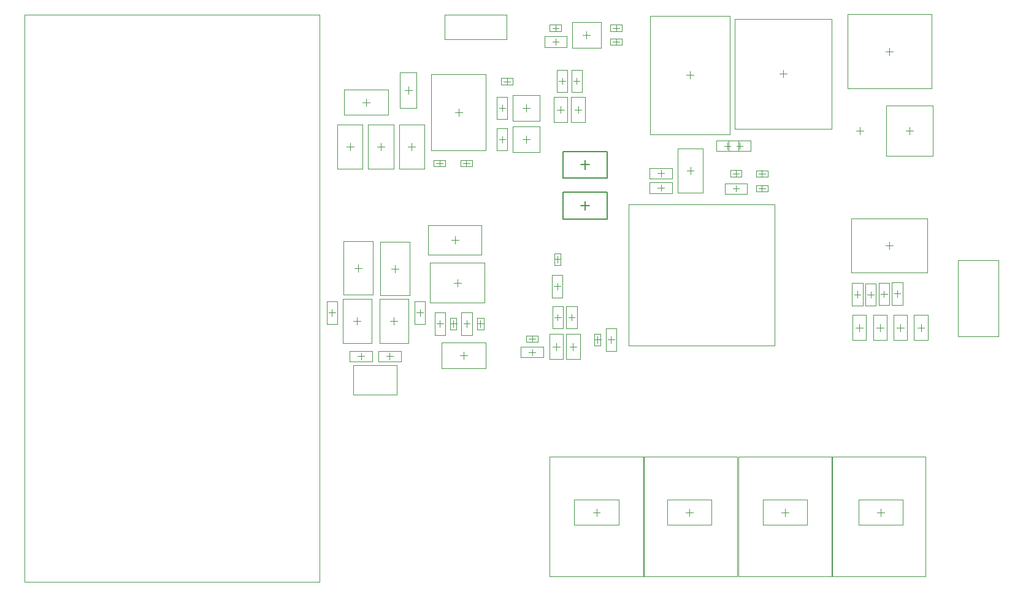
<source format=gbr>
%TF.GenerationSoftware,Altium Limited,Altium Designer,21.3.2 (30)*%
G04 Layer_Color=32768*
%FSLAX26Y26*%
%MOIN*%
%TF.SameCoordinates,FFAA3912-E1DC-4B59-95C2-56FC1F4E7B50*%
%TF.FilePolarity,Positive*%
%TF.FileFunction,Other,Mechanical_15*%
%TF.Part,Single*%
G01*
G75*
%TA.AperFunction,NonConductor*%
%ADD89C,0.006000*%
%ADD105C,0.003937*%
%ADD151C,0.001968*%
%ADD152C,0.004000*%
D89*
X3296000Y2279835D02*
X3536157D01*
Y2134165D02*
Y2279835D01*
X3296000Y2134165D02*
X3536157D01*
X3296000D02*
Y2279835D01*
X3416000Y2183375D02*
Y2230619D01*
X3392378Y2206997D02*
X3439622D01*
X3296000Y2500835D02*
X3536157D01*
Y2355165D02*
Y2500835D01*
X3296000Y2355165D02*
X3536157D01*
X3296000D02*
Y2500835D01*
X3416000Y2404375D02*
Y2451619D01*
X3392378Y2427997D02*
X3439622D01*
D105*
X4472315Y2922000D02*
X4511685D01*
X4492000Y2902315D02*
Y2941685D01*
X4228221Y2623772D02*
Y3220228D01*
X4755779Y2623772D02*
Y3220228D01*
X4228221Y2623772D02*
X4755779D01*
X4228221Y3220228D02*
X4755779D01*
X4910000Y2592976D02*
Y2632346D01*
X4890315Y2612661D02*
X4929685D01*
X3345441Y3063976D02*
Y3203740D01*
X3502921Y3063976D02*
Y3203740D01*
X3345441D02*
X3502921D01*
X3345441Y3063976D02*
X3502921D01*
X3404496Y3133858D02*
X3443866D01*
X3424181Y3114173D02*
Y3153543D01*
X2728661Y2692315D02*
Y2731685D01*
X2708976Y2712000D02*
X2748346D01*
X2581024Y2505307D02*
X2876299D01*
X2581024Y2918693D02*
X2876299D01*
Y2505307D02*
Y2918693D01*
X2581024Y2505307D02*
Y2918693D01*
X2436315Y2833545D02*
X2475685D01*
X2456000Y2813860D02*
Y2853230D01*
X2501276Y2737088D02*
Y2930001D01*
X2410724Y2737088D02*
Y2930001D01*
X2501276D01*
X2410724Y2737088D02*
X2501276D01*
X3247284Y1768000D02*
X3282716D01*
X3265000Y1750283D02*
Y1785716D01*
X3293543Y1706976D02*
Y1829024D01*
X3236457Y1706976D02*
Y1829024D01*
X3293543D01*
X3236457Y1706976D02*
X3293543D01*
X3325410Y1599850D02*
X3360843D01*
X3343126Y1582134D02*
Y1617567D01*
X3371669Y1538827D02*
Y1660874D01*
X3314583Y1538827D02*
Y1660874D01*
X3371669D01*
X3314583Y1538827D02*
X3371669D01*
X3239331D02*
X3296417D01*
X3239331Y1660874D02*
X3296417D01*
X3239331Y1538827D02*
Y1660874D01*
X3296417Y1538827D02*
Y1660874D01*
X3267874Y1582134D02*
Y1617567D01*
X3250157Y1599850D02*
X3285590D01*
X3066976Y1381457D02*
Y1438543D01*
X3189024Y1381457D02*
Y1438543D01*
X3066976D02*
X3189024D01*
X3066976Y1381457D02*
X3189024D01*
X3110284Y1410000D02*
X3145717D01*
X3128000Y1392284D02*
Y1427716D01*
X3341000Y2658731D02*
X3415000D01*
X3341000Y2796731D02*
X3415000D01*
X3341000Y2658731D02*
Y2796731D01*
X3415000Y2658731D02*
Y2796731D01*
X3378000Y2708046D02*
Y2747416D01*
X3358315Y2727731D02*
X3397685D01*
X3247166Y2658731D02*
X3321166D01*
X3247166Y2796731D02*
X3321166D01*
X3247166Y2658731D02*
Y2796731D01*
X3321166Y2658731D02*
Y2796731D01*
X3284166Y2708046D02*
Y2747416D01*
X3264481Y2727731D02*
X3303851D01*
X3317024Y3067913D02*
Y3125000D01*
X3194976Y3067913D02*
Y3125000D01*
Y3067913D02*
X3317024D01*
X3194976Y3125000D02*
X3317024D01*
X3238284Y3096457D02*
X3273717D01*
X3256000Y3078740D02*
Y3114173D01*
X5084457Y1666976D02*
X5141543D01*
X5084457Y1789024D02*
X5141543D01*
X5084457Y1666976D02*
Y1789024D01*
X5141543Y1666976D02*
Y1789024D01*
X5113000Y1710283D02*
Y1745716D01*
X5095283Y1728000D02*
X5130716D01*
X5012282Y1665441D02*
X5069368D01*
X5012282Y1787488D02*
X5069368D01*
X5012282Y1665441D02*
Y1787488D01*
X5069368Y1665441D02*
Y1787488D01*
X5040825Y1708748D02*
Y1744181D01*
X5023109Y1726465D02*
X5058542D01*
X4940107Y1662441D02*
X4997194D01*
X4940107Y1784488D02*
X4997194D01*
X4940107Y1662441D02*
Y1784488D01*
X4997194Y1662441D02*
Y1784488D01*
X4968650Y1705748D02*
Y1741181D01*
X4950934Y1723465D02*
X4986367D01*
X4867932Y1663344D02*
X4925019D01*
X4867932Y1785392D02*
X4925019D01*
X4867932Y1663344D02*
Y1785392D01*
X4925019Y1663344D02*
Y1785392D01*
X4896475Y1706651D02*
Y1742085D01*
X4878759Y1724368D02*
X4914192D01*
X5093142Y1474982D02*
X5167142D01*
X5093142Y1612982D02*
X5167142D01*
X5093142Y1474982D02*
Y1612982D01*
X5167142Y1474982D02*
Y1612982D01*
X5130142Y1524297D02*
Y1563667D01*
X5110457Y1543982D02*
X5149827D01*
X5204475Y1474982D02*
X5278475D01*
X5204475Y1612982D02*
X5278475D01*
X5204475Y1474982D02*
Y1612982D01*
X5278475Y1474982D02*
Y1612982D01*
X5241475Y1524297D02*
Y1563667D01*
X5221790Y1543982D02*
X5261160D01*
X4981809Y1474982D02*
X5055809D01*
X4981809Y1612982D02*
X5055809D01*
X4981809Y1474982D02*
Y1612982D01*
X5055809Y1474982D02*
Y1612982D01*
X5018809Y1524297D02*
Y1563667D01*
X4999124Y1543982D02*
X5038494D01*
X4887790D02*
X4927160D01*
X4907475Y1524297D02*
Y1563667D01*
X4944475Y1474982D02*
Y1612982D01*
X4870475Y1474982D02*
Y1612982D01*
X4944475D01*
X4870475Y1474982D02*
X4944475D01*
X3331315Y1440386D02*
X3370685D01*
X3351000Y1420701D02*
Y1460071D01*
X3388000Y1371386D02*
Y1509386D01*
X3314000Y1371386D02*
Y1509386D01*
X3388000D01*
X3314000Y1371386D02*
X3388000D01*
X3240315Y1440386D02*
X3279685D01*
X3260000Y1420701D02*
Y1460071D01*
X3297000Y1371386D02*
Y1509386D01*
X3223000Y1371386D02*
Y1509386D01*
X3297000D01*
X3223000Y1371386D02*
X3297000D01*
X2198535Y1371284D02*
Y1406716D01*
X2180819Y1389000D02*
X2216252D01*
X2137512Y1360457D02*
X2259559D01*
X2137512Y1417543D02*
X2259559D01*
Y1360457D02*
Y1417543D01*
X2137512Y1360457D02*
Y1417543D01*
X2293441Y1360457D02*
Y1417543D01*
X2415488Y1360457D02*
Y1417543D01*
X2293441D02*
X2415488D01*
X2293441Y1360457D02*
X2415488D01*
X2336748Y1389000D02*
X2372181D01*
X2354465Y1371284D02*
Y1406716D01*
X2299857Y1700274D02*
X2455369D01*
X2299857Y1460117D02*
X2455369D01*
Y1700274D01*
X2299857Y1460117D02*
Y1700274D01*
X2377613Y1560510D02*
Y1599880D01*
X2357928Y1580195D02*
X2397298D01*
X2304000Y2008000D02*
X2464000D01*
X2304000Y1718000D02*
X2464000D01*
Y2008000D01*
X2304000Y1718000D02*
Y2008000D01*
X2384000Y1843315D02*
Y1882685D01*
X2364315Y1863000D02*
X2403685D01*
X2157928Y1580195D02*
X2197298D01*
X2177613Y1560510D02*
Y1599880D01*
X2099857Y1460117D02*
Y1700274D01*
X2255369Y1460117D02*
Y1700274D01*
X2099857Y1460117D02*
X2255369D01*
X2099857Y1700274D02*
X2255369D01*
X2755000Y1373315D02*
Y1412685D01*
X2735315Y1393000D02*
X2774685D01*
X2634921Y1461898D02*
X2875079D01*
X2634921Y1324102D02*
X2875079D01*
X2634921D02*
Y1461898D01*
X2875079Y1324102D02*
Y1461898D01*
X2755252Y1565055D02*
X2790685D01*
X2772968Y1547339D02*
Y1582772D01*
X2744425Y1504032D02*
Y1626079D01*
X2801512Y1504032D02*
Y1626079D01*
X2744425Y1504032D02*
X2801512D01*
X2744425Y1626079D02*
X2801512D01*
X2598457Y1626079D02*
X2655543D01*
X2598457Y1504032D02*
X2655543D01*
Y1626079D01*
X2598457Y1504032D02*
Y1626079D01*
X2627000Y1547339D02*
Y1582772D01*
X2609284Y1565055D02*
X2644716D01*
X3828000Y2285284D02*
Y2320716D01*
X3810284Y2303000D02*
X3845717D01*
X3766976Y2274457D02*
X3889024D01*
X3766976Y2331543D02*
X3889024D01*
Y2274457D02*
Y2331543D01*
X3766976Y2274457D02*
Y2331543D01*
X3828000Y2364284D02*
Y2399716D01*
X3810284Y2382000D02*
X3845717D01*
X3766976Y2410543D02*
X3889024D01*
X3766976Y2353457D02*
X3889024D01*
X3766976D02*
Y2410543D01*
X3889024Y2353457D02*
Y2410543D01*
X4175181Y2270551D02*
Y2327638D01*
X4297228Y2270551D02*
Y2327638D01*
X4175181D02*
X4297228D01*
X4175181Y2270551D02*
X4297228D01*
X4218488Y2299095D02*
X4253921D01*
X4236205Y2281378D02*
Y2316811D01*
X4250559Y2502457D02*
Y2559543D01*
X4128512Y2502457D02*
Y2559543D01*
Y2502457D02*
X4250559D01*
X4128512Y2559543D02*
X4250559D01*
X4171819Y2531000D02*
X4207252D01*
X4189535Y2513284D02*
Y2548716D01*
X4317559Y2502457D02*
Y2559543D01*
X4195512Y2502457D02*
Y2559543D01*
Y2502457D02*
X4317559D01*
X4195512Y2559543D02*
X4317559D01*
X4238819Y2531000D02*
X4274252D01*
X4256535Y2513284D02*
Y2548716D01*
X5160630Y2612661D02*
X5200000D01*
X5180315Y2592976D02*
Y2632347D01*
X5049315Y3043482D02*
X5088685D01*
X5069000Y3023797D02*
Y3063167D01*
X3966315Y2916063D02*
X4005685D01*
X3986000Y2896378D02*
Y2935748D01*
X4202535Y2594213D02*
Y3237913D01*
X3769465Y2594213D02*
Y3237913D01*
X4202535D01*
X3769465Y2594213D02*
X4202535D01*
X2948284Y2736000D02*
X2983716D01*
X2966000Y2718284D02*
Y2753717D01*
X2937457Y2674976D02*
Y2797024D01*
X2994543Y2674976D02*
Y2797024D01*
X2937457Y2674976D02*
X2994543D01*
X2937457Y2797024D02*
X2994543D01*
X2948284Y2566000D02*
X2983716D01*
X2966000Y2548283D02*
Y2583716D01*
X2994543Y2504976D02*
Y2627024D01*
X2937457Y2504976D02*
Y2627024D01*
X2994543D01*
X2937457Y2504976D02*
X2994543D01*
X3095724Y2546847D02*
Y2586217D01*
X3076039Y2566532D02*
X3115409D01*
X3021905Y2497634D02*
X3169543D01*
X3021905Y2635429D02*
X3169543D01*
Y2497634D02*
Y2635429D01*
X3021905Y2497634D02*
Y2635429D01*
X3095724Y2716847D02*
Y2756217D01*
X3076039Y2736532D02*
X3115409D01*
X3021905Y2667634D02*
X3169543D01*
X3021905Y2805429D02*
X3169543D01*
Y2667634D02*
Y2805429D01*
X3021905Y2667634D02*
Y2805429D01*
X2070102Y2404921D02*
X2207898D01*
X2070102Y2645079D02*
X2207898D01*
X2070102Y2404921D02*
Y2645079D01*
X2207898Y2404921D02*
Y2645079D01*
X2139000Y2505315D02*
Y2544685D01*
X2119315Y2525000D02*
X2158685D01*
X2237602Y2404921D02*
X2375398D01*
X2237602Y2645079D02*
X2375398D01*
X2237602Y2404921D02*
Y2645079D01*
X2375398Y2404921D02*
Y2645079D01*
X2306500Y2505315D02*
Y2544685D01*
X2286815Y2525000D02*
X2326185D01*
X2405102Y2404921D02*
X2542898D01*
X2405102Y2645079D02*
X2542898D01*
X2405102Y2404921D02*
Y2645079D01*
X2542898Y2404921D02*
Y2645079D01*
X2474000Y2505315D02*
Y2544685D01*
X2454315Y2525000D02*
X2493685D01*
X2164315Y1867000D02*
X2203685D01*
X2184000Y1847315D02*
Y1886685D01*
X2264000Y1722000D02*
Y2012000D01*
X2104000Y1722000D02*
Y2012000D01*
X2264000D01*
X2104000Y1722000D02*
X2264000D01*
X3352410Y2883465D02*
X3387843D01*
X3370126Y2865748D02*
Y2901181D01*
X3398669Y2822441D02*
Y2944488D01*
X3341583Y2822441D02*
Y2944488D01*
X3398669D01*
X3341583Y2822441D02*
X3398669D01*
X3598079Y472102D02*
Y609898D01*
X3357921Y472102D02*
Y609898D01*
X3598079D01*
X3357921Y472102D02*
X3598079D01*
X3458315Y541000D02*
X3497685D01*
X3478000Y521315D02*
Y560685D01*
X5142079Y472102D02*
Y609898D01*
X4901921Y472102D02*
Y609898D01*
X5142079D01*
X4901921Y472102D02*
X5142079D01*
X5002315Y541000D02*
X5041685D01*
X5022000Y521315D02*
Y560685D01*
X4624079Y472102D02*
Y609898D01*
X4383921Y472102D02*
Y609898D01*
X4624079D01*
X4383921Y472102D02*
X4624079D01*
X4484315Y541000D02*
X4523685D01*
X4504000Y521315D02*
Y560685D01*
X4103745Y472102D02*
Y609898D01*
X3863588Y472102D02*
Y609898D01*
X4103745D01*
X3863588Y472102D02*
X4103745D01*
X3963981Y541000D02*
X4003352D01*
X3983667Y521315D02*
Y560685D01*
X3919102Y2275921D02*
X4056898D01*
X3919102Y2516079D02*
X4056898D01*
X3919102Y2275921D02*
Y2516079D01*
X4056898Y2275921D02*
Y2516079D01*
X3988000Y2376315D02*
Y2415685D01*
X3968315Y2396000D02*
X4007685D01*
X3539284Y1478000D02*
X3574716D01*
X3557000Y1460284D02*
Y1495717D01*
X3585543Y1416976D02*
Y1539024D01*
X3528457Y1416976D02*
Y1539024D01*
X3585543D01*
X3528457Y1416976D02*
X3585543D01*
X2489457Y1564447D02*
X2546543D01*
X2489457Y1686495D02*
X2546543D01*
X2489457Y1564447D02*
Y1686495D01*
X2546543Y1564447D02*
Y1686495D01*
X2518000Y1607754D02*
Y1643187D01*
X2500284Y1625471D02*
X2535716D01*
X2227583Y2747315D02*
Y2786685D01*
X2207898Y2767000D02*
X2247268D01*
X2107504Y2698102D02*
X2347662D01*
X2107504Y2835898D02*
X2347662D01*
Y2698102D02*
Y2835898D01*
X2107504Y2698102D02*
Y2835898D01*
X3274324Y2883465D02*
X3309757D01*
X3292040Y2865748D02*
Y2901181D01*
X3320584Y2822441D02*
Y2944488D01*
X3263497Y2822441D02*
Y2944488D01*
X3320584D01*
X3263497Y2822441D02*
X3320584D01*
X2869764Y1678787D02*
Y1895323D01*
X2574488Y1678787D02*
Y1895323D01*
Y1678787D02*
X2869764D01*
X2574488Y1895323D02*
X2869764D01*
X2702441Y1787055D02*
X2741811D01*
X2722126Y1767370D02*
Y1806740D01*
X2023284Y1625471D02*
X2058716D01*
X2041000Y1607754D02*
Y1643187D01*
X2012457Y1564447D02*
Y1686495D01*
X2069543Y1564447D02*
Y1686495D01*
X2012457Y1564447D02*
X2069543D01*
X2012457Y1686495D02*
X2069543D01*
X2854000Y1940000D02*
Y2100000D01*
X2564000Y1940000D02*
Y2100000D01*
Y1940000D02*
X2854000D01*
X2564000Y2100000D02*
X2854000D01*
X2689315Y2020000D02*
X2728685D01*
X2709000Y2000315D02*
Y2039685D01*
X4861616Y2137227D02*
X5275002D01*
X4861616Y1841952D02*
X5275002D01*
Y2137227D01*
X4861616Y1841952D02*
Y2137227D01*
X5068309Y1969905D02*
Y2009275D01*
X5048624Y1989590D02*
X5087994D01*
D151*
X369701Y164438D02*
X1972457D01*
Y3243178D01*
X369701D02*
X1972457D01*
X369701Y164438D02*
Y3243178D01*
X4759063Y192197D02*
Y841803D01*
X5266937D01*
Y192197D02*
Y841803D01*
X4759063Y192197D02*
X5266937D01*
X4250063D02*
Y841803D01*
X4757937D01*
Y192197D02*
Y841803D01*
X4250063Y192197D02*
X4757937D01*
X3735063D02*
Y841803D01*
X4242937D01*
Y192197D02*
Y841803D01*
X3735063Y192197D02*
X4242937D01*
X3224063D02*
Y841803D01*
X3731937D01*
Y192197D02*
Y841803D01*
X3224063Y192197D02*
X3731937D01*
X2654244Y3108071D02*
X2991252D01*
Y3241929D01*
X2654244D02*
X2991252D01*
X2654244Y3108071D02*
Y3241929D01*
X4446795Y1446142D02*
Y2213858D01*
X3651520Y1446142D02*
X4446795D01*
X3651520D02*
Y2213858D01*
X4446795D01*
X2156693Y1181260D02*
X2393307D01*
X2156693Y1338740D02*
X2393307D01*
X2156693Y1181260D02*
Y1338740D01*
X2393307Y1181260D02*
Y1338740D01*
X5442512Y1495937D02*
Y1909323D01*
X5662984D01*
Y1495937D02*
Y1909323D01*
X5442512Y1495937D02*
X5662984D01*
D152*
X3248284Y1915535D02*
X3283717D01*
X3266000Y1897819D02*
Y1933252D01*
X3249136Y1884041D02*
Y1947036D01*
X3282995D01*
Y1884041D02*
Y1947036D01*
X3249136Y1884041D02*
X3282995D01*
X3159494Y1465679D02*
Y1499539D01*
X3096499D02*
X3159494D01*
X3096499Y1465679D02*
Y1499539D01*
Y1465679D02*
X3159494D01*
X3110284Y1482543D02*
X3145716D01*
X3128000Y1464827D02*
Y1500260D01*
X3553506Y3079461D02*
Y3113321D01*
Y3079461D02*
X3616501D01*
Y3113321D01*
X3553506D02*
X3616501D01*
X3567284Y3096457D02*
X3602716D01*
X3585000Y3078740D02*
Y3114173D01*
X3553506Y3154265D02*
Y3188124D01*
Y3154265D02*
X3616501D01*
Y3188124D01*
X3553506D02*
X3616501D01*
X3567284Y3171260D02*
X3602716D01*
X3585000Y3153543D02*
Y3188976D01*
X3287494Y3154396D02*
Y3188255D01*
X3224499D02*
X3287494D01*
X3224499Y3154396D02*
Y3188255D01*
Y3154396D02*
X3287494D01*
X3238284Y3171260D02*
X3273716D01*
X3256000Y3153543D02*
Y3188977D01*
X2847968Y1547339D02*
Y1582772D01*
X2830252Y1565055D02*
X2865685D01*
X2864832Y1533554D02*
Y1596550D01*
X2830973Y1533554D02*
X2864832D01*
X2830973D02*
Y1596550D01*
X2864832D01*
X2683360Y1596550D02*
X2717220D01*
X2683360Y1533554D02*
Y1596550D01*
Y1533554D02*
X2717220D01*
Y1596550D01*
X2700356Y1547339D02*
Y1582772D01*
X2682639Y1565055D02*
X2718072D01*
X2770535Y2418701D02*
Y2454134D01*
X2752819Y2436417D02*
X2788252D01*
X2739041Y2453281D02*
X2802036D01*
Y2419422D02*
Y2453281D01*
X2739041Y2419422D02*
X2802036D01*
X2739041D02*
Y2453281D01*
X2625535Y2418701D02*
Y2454134D01*
X2607819Y2436417D02*
X2643252D01*
X2594035Y2419553D02*
X2657030D01*
X2594035D02*
Y2453412D01*
X2657030D01*
Y2419553D02*
Y2453412D01*
X4346246Y2282099D02*
Y2315959D01*
Y2282099D02*
X4409241D01*
Y2315959D01*
X4346246D02*
X4409241D01*
X4360024Y2299095D02*
X4395457D01*
X4377740Y2281378D02*
Y2316811D01*
X4267699Y2364231D02*
Y2398090D01*
X4204704D02*
X4267699D01*
X4204704Y2364231D02*
Y2398090D01*
Y2364231D02*
X4267699D01*
X4218488Y2381095D02*
X4253921D01*
X4236205Y2363378D02*
Y2398811D01*
X4346246Y2364099D02*
Y2397959D01*
Y2364099D02*
X4409241D01*
Y2397959D01*
X4346246D02*
X4409241D01*
X4360024Y2381095D02*
X4395457D01*
X4377740Y2363378D02*
Y2398811D01*
X5307953Y2474866D02*
Y2750457D01*
X5052047Y2474866D02*
X5307953D01*
X5052047Y2750457D02*
X5307953D01*
X5052047Y2474866D02*
Y2750457D01*
X4842622Y3245568D02*
X5300299D01*
Y2842025D02*
Y3245568D01*
X4842622Y2842025D02*
Y3245568D01*
Y2842025D02*
X5300299D01*
X3466283Y1478000D02*
X3501716D01*
X3484000Y1460284D02*
Y1495716D01*
X3500864Y1446499D02*
Y1509494D01*
X3467005Y1446499D02*
X3500864D01*
X3467005D02*
Y1509494D01*
X3500864D01*
X3023494Y2864136D02*
Y2897995D01*
X2960499D02*
X3023494D01*
X2960499Y2864136D02*
Y2897995D01*
Y2864136D02*
X3023494D01*
X2974284Y2881000D02*
X3009716D01*
X2992000Y2863284D02*
Y2898717D01*
%TF.MD5,77c409fc56ab1ba528331c2d10c461bd*%
M02*

</source>
